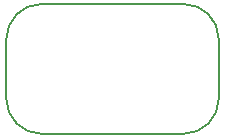
<source format=gko>
G04*
G04 #@! TF.GenerationSoftware,Altium Limited,CircuitStudio,1.5.2 (30)*
G04*
G04 Layer_Color=16720538*
%FSLAX25Y25*%
%MOIN*%
G70*
G01*
G75*
%ADD13C,0.00591*%
D13*
X405512Y437008D02*
G03*
X393701Y425197I0J-11811D01*
G01*
Y405512D02*
G03*
X405512Y393701I11811J0D01*
G01*
X452756D02*
G03*
X464567Y405512I0J11811D01*
G01*
Y425197D02*
G03*
X452756Y437008I-11811J0D01*
G01*
X405512D02*
X452756D01*
X464567Y405512D02*
Y425197D01*
X393701Y405512D02*
Y425197D01*
X405512Y393701D02*
X452756D01*
M02*

</source>
